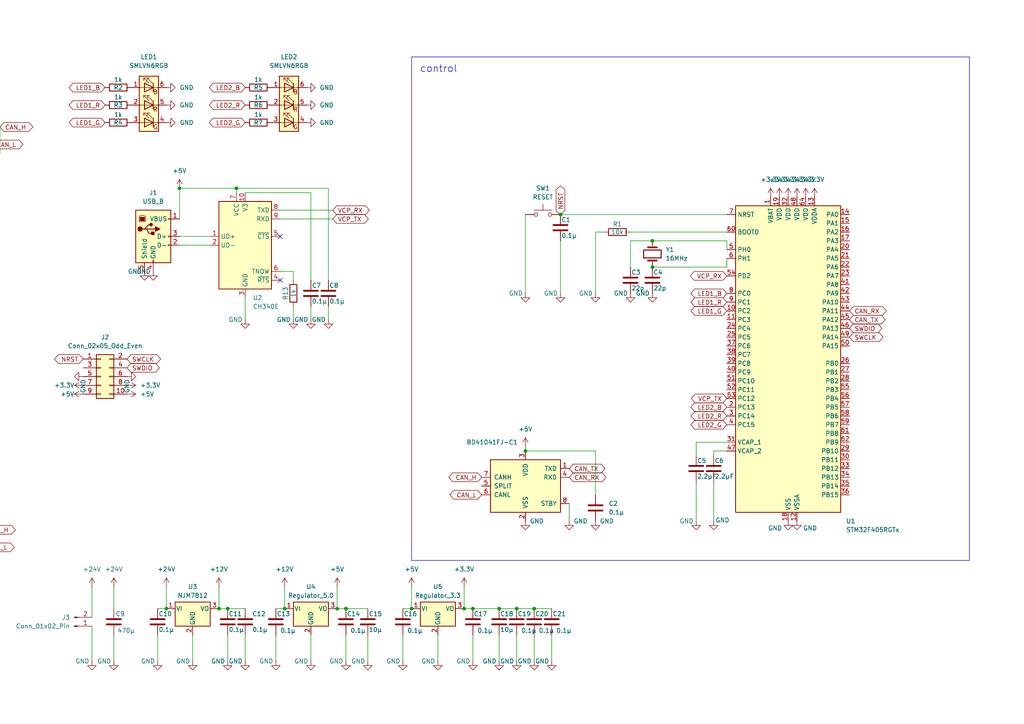
<source format=kicad_sch>
(kicad_sch (version 20231120) (generator "eeschema") (generator_version "8.0")
  (paper "A4")
  (junction (at 48.26 176.53))
  (junction (at 97.79 176.53))
  (junction (at 189.23 69.85))
  (junction (at 82.55 176.53))
  (junction (at -17.78 146.05))
  (junction (at 149.86 176.53))
  (junction (at 152.4 130.81))
  (junction (at 189.23 77.47))
  (junction (at 68.58 54.61))
  (junction (at 134.62 176.53))
  (junction (at 162.56 62.23))
  (junction (at 63.5 176.53))
  (junction (at 66.04 176.53))
  (junction (at 137.16 176.53))
  (junction (at 154.94 176.53))
  (junction (at 52.07 54.61))
  (junction (at 119.38 176.53))
  (junction (at 100.33 176.53))
  (junction (at 144.78 176.53))
  (no_connect (at 81.28 68.58))
  (no_connect (at 81.28 81.28))
  (wire (pts (xy 90.17 191.77) (xy 90.17 184.15)))
  (wire (pts (xy 66.04 176.53) (xy 71.12 176.53)))
  (wire (pts (xy -5.08 44.45) (xy 0 44.45)))
  (wire (pts (xy 33.02 170.18) (xy 33.02 176.53)))
  (wire (pts (xy 33.02 184.15) (xy 33.02 191.77)))
  (wire (pts (xy 90.17 55.88) (xy 71.12 55.88)))
  (wire (pts (xy 52.07 68.58) (xy 60.96 68.58)))
  (wire (pts (xy 137.16 191.77) (xy 137.16 184.15)))
  (wire (pts (xy -107.95 45.72) (xy -102.87 45.72)))
  (wire (pts (xy 81.28 78.74) (xy 85.09 78.74)))
  (wire (pts (xy 119.38 170.18) (xy 119.38 176.53)))
  (wire (pts (xy 52.07 71.12) (xy 60.96 71.12)))
  (wire (pts (xy 152.4 129.54) (xy 152.4 130.81)))
  (wire (pts (xy -73.66 44.45) (xy -68.58 44.45)))
  (wire (pts (xy 116.84 176.53) (xy 119.38 176.53)))
  (wire (pts (xy -68.58 36.83) (xy -73.66 36.83)))
  (wire (pts (xy 127 191.77) (xy 127 184.15)))
  (wire (pts (xy -129.54 127) (xy -129.54 147.32)))
  (wire (pts (xy 100.33 176.53) (xy 106.68 176.53)))
  (wire (pts (xy 165.1 146.05) (xy 165.1 151.13)))
  (wire (pts (xy 52.07 63.5) (xy 52.07 54.61)))
  (wire (pts (xy 90.17 81.28) (xy 90.17 55.88)))
  (wire (pts (xy -36.83 34.29) (xy -36.83 41.91)))
  (wire (pts (xy 97.79 170.18) (xy 97.79 176.53)))
  (wire (pts (xy 154.94 176.53) (xy 160.02 176.53)))
  (wire (pts (xy -34.29 44.45) (xy -34.29 36.83)))
  (wire (pts (xy -30.48 161.29) (xy -30.48 166.37)))
  (wire (pts (xy -38.1 146.05) (xy -17.78 146.05)))
  (wire (pts (xy 207.01 139.7) (xy 207.01 151.13)))
  (wire (pts (xy 172.72 67.31) (xy 175.26 67.31)))
  (wire (pts (xy 182.88 77.47) (xy 182.88 69.85)))
  (wire (pts (xy -71.12 34.29) (xy -71.12 41.91)))
  (wire (pts (xy -39.37 44.45) (xy -34.29 44.45)))
  (wire (pts (xy 100.33 191.77) (xy 100.33 184.15)))
  (wire (pts (xy 210.82 69.85) (xy 210.82 72.39)))
  (wire (pts (xy 210.82 69.85) (xy 189.23 69.85)))
  (wire (pts (xy 210.82 74.93) (xy 210.82 77.47)))
  (wire (pts (xy 106.68 191.77) (xy 106.68 184.15)))
  (wire (pts (xy 71.12 92.71) (xy 71.12 86.36)))
  (wire (pts (xy 80.01 176.53) (xy 82.55 176.53)))
  (wire (pts (xy 45.72 191.77) (xy 45.72 184.15)))
  (wire (pts (xy -105.41 35.56) (xy -105.41 43.18)))
  (wire (pts (xy 90.17 92.71) (xy 90.17 88.9)))
  (wire (pts (xy -34.29 36.83) (xy -39.37 36.83)))
  (wire (pts (xy 66.04 191.77) (xy 66.04 184.15)))
  (wire (pts (xy 85.09 78.74) (xy 85.09 81.28)))
  (wire (pts (xy 55.88 191.77) (xy 55.88 184.15)))
  (wire (pts (xy 149.86 191.77) (xy 149.86 184.15)))
  (wire (pts (xy 201.93 128.27) (xy 201.93 132.08)))
  (wire (pts (xy 0 36.83) (xy -5.08 36.83)))
  (wire (pts (xy 137.16 176.53) (xy 144.78 176.53)))
  (wire (pts (xy 189.23 77.47) (xy 210.82 77.47)))
  (wire (pts (xy 162.56 62.23) (xy 210.82 62.23)))
  (wire (pts (xy -73.66 34.29) (xy -71.12 34.29)))
  (wire (pts (xy 95.25 54.61) (xy 95.25 81.28)))
  (wire (pts (xy -2.54 34.29) (xy -2.54 41.91)))
  (wire (pts (xy -71.12 41.91) (xy -73.66 41.91)))
  (wire (pts (xy 71.12 191.77) (xy 71.12 184.15)))
  (wire (pts (xy 149.86 176.53) (xy 154.94 176.53)))
  (wire (pts (xy -36.83 41.91) (xy -39.37 41.91)))
  (wire (pts (xy 172.72 67.31) (xy 172.72 85.09)))
  (wire (pts (xy -2.54 41.91) (xy -5.08 41.91)))
  (wire (pts (xy 95.25 92.71) (xy 95.25 88.9)))
  (wire (pts (xy -102.87 45.72) (xy -102.87 38.1)))
  (wire (pts (xy 207.01 130.81) (xy 210.82 130.81)))
  (wire (pts (xy 144.78 176.53) (xy 149.86 176.53)))
  (wire (pts (xy 26.67 170.18) (xy 26.67 179.07)))
  (wire (pts (xy -38.1 158.75) (xy -38.1 146.05)))
  (wire (pts (xy 48.26 170.18) (xy 48.26 176.53)))
  (wire (pts (xy 162.56 85.09) (xy 162.56 69.85)))
  (wire (pts (xy 154.94 191.77) (xy 154.94 184.15)))
  (wire (pts (xy -105.41 43.18) (xy -107.95 43.18)))
  (wire (pts (xy -102.87 38.1) (xy -107.95 38.1)))
  (wire (pts (xy 85.09 92.71) (xy 85.09 88.9)))
  (wire (pts (xy 172.72 143.51) (xy 172.72 130.81)))
  (wire (pts (xy 152.4 62.23) (xy 152.4 85.09)))
  (wire (pts (xy 137.16 176.53) (xy 134.62 176.53)))
  (wire (pts (xy 66.04 176.53) (xy 63.5 176.53)))
  (wire (pts (xy 45.72 176.53) (xy 48.26 176.53)))
  (wire (pts (xy 68.58 54.61) (xy 95.25 54.61)))
  (wire (pts (xy -107.95 35.56) (xy -105.41 35.56)))
  (wire (pts (xy 68.58 54.61) (xy 68.58 55.88)))
  (wire (pts (xy -5.08 34.29) (xy -2.54 34.29)))
  (wire (pts (xy 210.82 128.27) (xy 201.93 128.27)))
  (wire (pts (xy 81.28 60.96) (xy 96.52 60.96)))
  (wire (pts (xy 172.72 130.81) (xy 152.4 130.81)))
  (wire (pts (xy 182.88 67.31) (xy 210.82 67.31)))
  (wire (pts (xy -129.54 177.8) (xy -129.54 154.94)))
  (wire (pts (xy 82.55 170.18) (xy 82.55 176.53)))
  (wire (pts (xy 0 44.45) (xy 0 36.83)))
  (wire (pts (xy 26.67 191.77) (xy 26.67 181.61)))
  (wire (pts (xy -17.78 144.78) (xy -17.78 146.05)))
  (wire (pts (xy 63.5 170.18) (xy 63.5 176.53)))
  (wire (pts (xy 144.78 191.77) (xy 144.78 184.15)))
  (wire (pts (xy -68.58 44.45) (xy -68.58 36.83)))
  (wire (pts (xy 134.62 170.18) (xy 134.62 176.53)))
  (wire (pts (xy 81.28 63.5) (xy 96.52 63.5)))
  (wire (pts (xy 52.07 54.61) (xy 68.58 54.61)))
  (wire (pts (xy 160.02 191.77) (xy 160.02 184.15)))
  (wire (pts (xy 182.88 69.85) (xy 189.23 69.85)))
  (wire (pts (xy 100.33 176.53) (xy 97.79 176.53)))
  (wire (pts (xy -39.37 34.29) (xy -36.83 34.29)))
  (wire (pts (xy 201.93 139.7) (xy 201.93 151.13)))
  (wire (pts (xy 80.01 184.15) (xy 80.01 191.77)))
  (wire (pts (xy 116.84 191.77) (xy 116.84 184.15)))
  (wire (pts (xy 207.01 132.08) (xy 207.01 130.81)))
  (rectangle (start 119.38 16.51) (end 281.178 162.56))
  (text "control" (at 127.254 20.066 0) (effects (font (size 2.032 2.032))))
  (global_label "CAN_H" (shape bidirectional) (at -102.87 38.1 0) (property "Intersheetrefs" "${INTERSHEET_REFS}" (effects (hide yes))))
  (global_label "LED2_G" (shape bidirectional) (at 71.12 35.56 180) (property "Intersheetrefs" "${INTERSHEET_REFS}" (effects (hide yes))))
  (global_label "VCP_TX" (shape bidirectional) (at 96.52 63.5 0) (property "Intersheetrefs" "${INTERSHEET_REFS}" (effects (hide yes))))
  (global_label "CAN_H" (shape bidirectional) (at 139.7 138.43 180) (property "Intersheetrefs" "${INTERSHEET_REFS}" (effects (hide yes))))
  (global_label "VCP_TX" (shape bidirectional) (at 210.82 115.57 180) (property "Intersheetrefs" "${INTERSHEET_REFS}" (effects (hide yes))))
  (global_label "CAN_TX_ESP32" (shape bidirectional) (at -66.04 151.13 0) (property "Intersheetrefs" "${INTERSHEET_REFS}" (effects (hide yes))))
  (global_label "LED2_B" (shape bidirectional) (at 71.12 25.4 180) (property "Intersheetrefs" "${INTERSHEET_REFS}" (effects (hide yes))))
  (global_label "LED2_G" (shape bidirectional) (at 210.82 123.19 180) (property "Intersheetrefs" "${INTERSHEET_REFS}" (effects (hide yes))))
  (global_label "CAN_L" (shape bidirectional) (at -2.54 41.91 0) (property "Intersheetrefs" "${INTERSHEET_REFS}" (effects (hide yes))))
  (global_label "CAN_H" (shape bidirectional) (at -68.58 36.83 0) (property "Intersheetrefs" "${INTERSHEET_REFS}" (effects (hide yes))))
  (global_label "CAN_RX_ESP32" (shape bidirectional) (at -30.48 153.67 180) (property "Intersheetrefs" "${INTERSHEET_REFS}" (effects (hide yes))))
  (global_label "CAN_RX" (shape bidirectional) (at 165.1 138.43 0) (property "Intersheetrefs" "${INTERSHEET_REFS}" (effects (hide yes))))
  (global_label "VCP_RX" (shape bidirectional) (at 210.82 80.01 180) (property "Intersheetrefs" "${INTERSHEET_REFS}" (effects (hide yes))))
  (global_label "SWCLK" (shape bidirectional) (at 246.38 97.79 0) (property "Intersheetrefs" "${INTERSHEET_REFS}" (effects (hide yes))))
  (global_label "CAN_RX" (shape bidirectional) (at 246.38 90.17 0) (property "Intersheetrefs" "${INTERSHEET_REFS}" (effects (hide yes))))
  (global_label "LED1_R" (shape bidirectional) (at 30.48 30.48 180) (property "Intersheetrefs" "${INTERSHEET_REFS}" (effects (hide yes))))
  (global_label "LED1_B" (shape bidirectional) (at 30.48 25.4 180) (property "Intersheetrefs" "${INTERSHEET_REFS}" (effects (hide yes))))
  (global_label "CAN_RX_ESP32" (shape bidirectional) (at -66.04 158.75 0) (property "Intersheetrefs" "${INTERSHEET_REFS}" (effects (hide yes))))
  (global_label "CAN_TX_ESP32" (shape bidirectional) (at -30.48 151.13 180) (property "Intersheetrefs" "${INTERSHEET_REFS}" (effects (hide yes))))
  (global_label "SWDIO" (shape bidirectional) (at 36.83 106.68 0) (property "Intersheetrefs" "${INTERSHEET_REFS}" (effects (hide yes))))
  (global_label "CAN_L" (shape bidirectional) (at -71.12 41.91 0) (property "Intersheetrefs" "${INTERSHEET_REFS}" (effects (hide yes))))
  (global_label "LED2_R" (shape bidirectional) (at 71.12 30.48 180) (property "Intersheetrefs" "${INTERSHEET_REFS}" (effects (hide yes))))
  (global_label "CAN_L" (shape bidirectional) (at -36.83 41.91 0) (property "Intersheetrefs" "${INTERSHEET_REFS}" (effects (hide yes))))
  (global_label "LED1_G" (shape bidirectional) (at 210.82 90.17 180) (property "Intersheetrefs" "${INTERSHEET_REFS}" (effects (hide yes))))
  (global_label "LED1_G" (shape bidirectional) (at 30.48 35.56 180) (property "Intersheetrefs" "${INTERSHEET_REFS}" (effects (hide yes))))
  (global_label "VCP_RX" (shape bidirectional) (at 96.52 60.96 0) (property "Intersheetrefs" "${INTERSHEET_REFS}" (effects (hide yes))))
  (global_label "NRST" (shape bidirectional) (at 162.56 62.23 90) (property "Intersheetrefs" "${INTERSHEET_REFS}" (effects (hide yes))))
  (global_label "CAN_TX" (shape bidirectional) (at 165.1 135.89 0) (property "Intersheetrefs" "${INTERSHEET_REFS}" (effects (hide yes))))
  (global_label "CAN_L" (shape bidirectional) (at 139.7 143.51 180) (property "Intersheetrefs" "${INTERSHEET_REFS}" (effects (hide yes))))
  (global_label "SWDIO" (shape bidirectional) (at 246.38 95.25 0) (property "Intersheetrefs" "${INTERSHEET_REFS}" (effects (hide yes))))
  (global_label "NRST" (shape bidirectional) (at 24.13 104.14 180) (property "Intersheetrefs" "${INTERSHEET_REFS}" (effects (hide yes))))
  (global_label "LED2_R" (shape bidirectional) (at 210.82 120.65 180) (property "Intersheetrefs" "${INTERSHEET_REFS}" (effects (hide yes))))
  (global_label "CAN_L" (shape bidirectional) (at -5.08 158.75 0) (property "Intersheetrefs" "${INTERSHEET_REFS}" (effects (hide yes))))
  (global_label "SWCLK" (shape bidirectional) (at 36.83 104.14 0) (property "Intersheetrefs" "${INTERSHEET_REFS}" (effects (hide yes))))
  (global_label "LED1_B" (shape bidirectional) (at 210.82 85.09 180) (property "Intersheetrefs" "${INTERSHEET_REFS}" (effects (hide yes))))
  (global_label "CAN_H" (shape bidirectional) (at -5.08 153.67 0) (property "Intersheetrefs" "${INTERSHEET_REFS}" (effects (hide yes))))
  (global_label "LED1_R" (shape bidirectional) (at 210.82 87.63 180) (property "Intersheetrefs" "${INTERSHEET_REFS}" (effects (hide yes))))
  (global_label "CAN_H" (shape bidirectional) (at -34.29 36.83 0) (property "Intersheetrefs" "${INTERSHEET_REFS}" (effects (hide yes))))
  (global_label "CAN_L" (shape bidirectional) (at -105.41 43.18 0) (property "Intersheetrefs" "${INTERSHEET_REFS}" (effects (hide yes))))
  (global_label "CAN_H" (shape bidirectional) (at 0 36.83 0) (property "Intersheetrefs" "${INTERSHEET_REFS}" (effects (hide yes))))
  (global_label "CAN_TX" (shape bidirectional) (at 246.38 92.71 0) (property "Intersheetrefs" "${INTERSHEET_REFS}" (effects (hide yes))))
  (global_label "LED2_B" (shape bidirectional) (at 210.82 118.11 180) (property "Intersheetrefs" "${INTERSHEET_REFS}" (effects (hide yes))))
  (symbol (lib_id "power:GND") (at -129.54 177.8 0) (unit 1)
    (property "Reference" "#PWR032" (effects (hide yes)))
    (property "Value" "GND" (at -132.334 177.8 0))
    (property "Description" "Power symbol creates a global label with name \"GND\" , ground" (effects (hide yes)))
  )
  (symbol (lib_id "Device:R") (at 74.93 35.56 90) (unit 1)
    (property "Reference" "R7" (at 74.93 35.56 90))
    (property "Value" "1k" (at 74.93 33.274 90))
    (property "Footprint" "Resistor_SMD:R_0603_1608Metric_Pad0.98x0.95mm_HandSolder" (effects (hide yes)))
    (property "Description" "Resistor" (effects (hide yes)))
  )
  (symbol (lib_id "power:+24V") (at 48.26 170.18 0) (unit 1)
    (property "Reference" "#PWR048" (effects (hide yes)))
    (property "Value" "+24V" (at 48.26 165.1 0))
    (property "Description" "Power symbol creates a global label with name \"+24V\"" (effects (hide yes)))
  )
  (symbol (lib_id "Device:C") (at 162.56 66.04 0) (unit 1)
    (property "Reference" "C1" (at 162.814 63.754 0) (effects (justify left)))
    (property "Value" "0.1μ" (at 162.814 68.326 0) (effects (justify left)))
    (property "Footprint" "Capacitor_SMD:C_0603_1608Metric_Pad1.08x0.95mm_HandSolder" (effects (hide yes)))
    (property "Description" "Unpolarized capacitor" (effects (hide yes)))
  )
  (symbol (lib_id "power:+5V") (at 36.83 114.3 270) (unit 1)
    (property "Reference" "#PWR042" (effects (hide yes)))
    (property "Value" "+5V" (at 40.64 114.2999 90) (effects (justify left)))
    (property "Description" "Power symbol creates a global label with name \"+5V\"" (effects (hide yes)))
  )
  (symbol (lib_id "Device:C") (at 154.94 180.34 0) (unit 1)
    (property "Reference" "C20" (at 155.194 178.054 0) (effects (justify left)))
    (property "Value" "0.1μ" (at 156.21 182.88 0) (effects (justify left)))
    (property "Footprint" "Capacitor_SMD:C_0603_1608Metric_Pad1.08x0.95mm_HandSolder" (effects (hide yes)))
    (property "Description" "Unpolarized capacitor" (effects (hide yes)))
  )
  (symbol (lib_id "Device:C") (at 90.17 85.09 0) (unit 1)
    (property "Reference" "C7" (at 90.424 82.804 0) (effects (justify left)))
    (property "Value" "0.1μ" (at 90.424 87.376 0) (effects (justify left)))
    (property "Footprint" "Capacitor_SMD:C_0603_1608Metric_Pad1.08x0.95mm_HandSolder" (effects (hide yes)))
    (property "Description" "Unpolarized capacitor" (effects (hide yes)))
  )
  (symbol (lib_id "power:GND") (at 88.9 35.56 90) (unit 1)
    (property "Reference" "#PWR025" (effects (hide yes)))
    (property "Value" "GND" (at 92.71 35.5599 90) (effects (justify right)))
    (property "Description" "Power symbol creates a global label with name \"GND\" , ground" (effects (hide yes)))
  )
  (symbol (lib_id "Device:R") (at 85.09 85.09 180) (unit 1)
    (property "Reference" "R13" (at 82.804 85.09 90))
    (property "Value" "1k" (at 85.09 85.09 90))
    (property "Footprint" "Resistor_SMD:R_0603_1608Metric_Pad0.98x0.95mm_HandSolder" (effects (hide yes)))
    (property "Description" "Resistor" (effects (hide yes)))
  )
  (symbol (lib_id "power:GND") (at -38.1 166.37 0) (mirror y) (unit 1)
    (property "Reference" "#PWR072" (effects (hide yes)))
    (property "Value" "GND" (at -41.402 166.37 0))
    (property "Description" "Power symbol creates a global label with name \"GND\" , ground" (effects (hide yes)))
  )
  (symbol (lib_id "power:GND") (at 189.23 85.09 0) (unit 1)
    (property "Reference" "#PWR09" (effects (hide yes)))
    (property "Value" "GND" (at 186.436 85.09 0))
    (property "Description" "Power symbol creates a global label with name \"GND\" , ground" (effects (hide yes)))
  )
  (symbol (lib_id "power:GND") (at 90.17 92.71 0) (unit 1)
    (property "Reference" "#PWR035" (effects (hide yes)))
    (property "Value" "GND" (at 87.376 92.71 0))
    (property "Description" "Power symbol creates a global label with name \"GND\" , ground" (effects (hide yes)))
  )
  (symbol (lib_id "power:GND") (at 85.09 92.71 0) (unit 1)
    (property "Reference" "#PWR034" (effects (hide yes)))
    (property "Value" "GND" (at 82.296 92.71 0))
    (property "Description" "Power symbol creates a global label with name \"GND\" , ground" (effects (hide yes)))
  )
  (symbol (lib_id "Interface_CAN_LIN:MCP2561-E-SN") (at -17.78 156.21 0) (unit 1)
    (property "Reference" "BD41041FJ-C2" (at -15.5859 143.51 0) (effects (justify left)))
    (property "Value" "MCP2561-E-SN" (effects (hide yes)))
    (property "Footprint" "Package_SO:SOIC-8_3.9x4.9mm_P1.27mm" (effects (hide yes)))
    (property "Datasheet" "http://ww1.microchip.com/downloads/en/DeviceDoc/25167A.pdf" (effects (hide yes)))
    (property "Description" "High-Speed CAN Transceiver, 1Mbps, 5V supply, SPLIT pin, -40C to +125C, SOIC-8" (effects (hide yes)))
  )
  (symbol (lib_id "LED:SMLVN6RGB") (at 43.18 30.48 0) (unit 1)
    (property "Reference" "LED1" (at 43.18 16.51 0))
    (property "Value" "SMLVN6RGB" (at 43.18 19.05 0))
    (property "Footprint" "LED_SMD:LED_ROHM_SMLVN6" (effects (hide yes)))
    (property "Datasheet" "https://www.rohm.com/datasheet/SMLVN6RGB1U" (effects (hide yes)))
    (property "Description" "High Brightness Tri-Color LED, RGB, 3.5x2.8mm" (effects (hide yes)))
  )
  (symbol (lib_id "power:+3.3V") (at 231.14 57.15 0) (unit 1)
    (property "Reference" "#PWR016" (effects (hide yes)))
    (property "Value" "+3.3V" (at 231.14 52.07 0))
    (property "Description" "Power symbol creates a global label with name \"+3.3V\"" (effects (hide yes)))
  )
  (symbol (lib_id "power:+5V") (at 152.4 129.54 0) (unit 1)
    (property "Reference" "#PWR02" (effects (hide yes)))
    (property "Value" "+5V" (at 152.4 124.46 0))
    (property "Description" "Power symbol creates a global label with name \"+5V\"" (effects (hide yes)))
  )
  (symbol (lib_id "power:GND") (at 100.33 191.77 0) (unit 1)
    (property "Reference" "#PWR057" (effects (hide yes)))
    (property "Value" "GND" (at 97.536 191.77 0))
    (property "Description" "Power symbol creates a global label with name \"GND\" , ground" (effects (hide yes)))
  )
  (symbol (lib_id "power:GND") (at 48.26 30.48 90) (unit 1)
    (property "Reference" "#PWR021" (effects (hide yes)))
    (property "Value" "GND" (at 52.07 30.4799 90) (effects (justify right)))
    (property "Description" "Power symbol creates a global label with name \"GND\" , ground" (effects (hide yes)))
  )
  (symbol (lib_id "Device:C") (at -38.1 162.56 0) (mirror y) (unit 1)
    (property "Reference" "C22" (at -41.91 161.2899 0) (effects (justify left)))
    (property "Value" "0.1μ" (at -41.91 163.8299 0) (effects (justify left)))
    (property "Footprint" "Capacitor_SMD:C_0603_1608Metric_Pad1.08x0.95mm_HandSolder" (effects (hide yes)))
    (property "Description" "Unpolarized capacitor" (effects (hide yes)))
  )
  (symbol (lib_id "Regulator_Linear:LM2936-5.0") (at 127 176.53 0) (unit 1)
    (property "Reference" "U5" (at 127 170.18 0))
    (property "Value" "Regulator_3.3" (at 127 172.72 0))
    (property "Footprint" "Package_TO_SOT_SMD:TO-252-2" (effects (hide yes)))
    (property "Datasheet" "http://www.ti.com/lit/ds/symlink/lm2936.pdf" (effects (hide yes)))
    (property "Description" "50mA Ultra-Low Quiescent Current LDO Voltage Regulator, 5.0V fixed output, TO-252/SOT-223" (effects (hide yes)))
  )
  (symbol (lib_id "Connector:Conn_01x02_Pin") (at 21.59 181.61 0) (mirror x) (unit 1)
    (property "Reference" "J3" (at 20.32 179.0699 0) (effects (justify right)))
    (property "Value" "Conn_01x02_Pin" (at 20.32 181.6099 0) (effects (justify right)))
    (property "Footprint" "Connector_AMASS:AMASS_XT60PW-M_1x02_P7.20mm_Horizontal" (effects (hide yes)))
    (property "Description" "Generic connector, single row, 01x02, script generated" (effects (hide yes)))
  )
  (symbol (lib_id "power:+3.3V") (at 223.52 57.15 0) (unit 1)
    (property "Reference" "#PWR012" (effects (hide yes)))
    (property "Value" "+3.3V" (at 223.52 52.07 0))
    (property "Description" "Power symbol creates a global label with name \"+3.3V\"" (effects (hide yes)))
  )
  (symbol (lib_id "Device:C") (at 207.01 135.89 0) (unit 1)
    (property "Reference" "C6" (at 207.264 133.604 0) (effects (justify left)))
    (property "Value" "2.2μF" (at 207.264 138.176 0) (effects (justify left)))
    (property "Footprint" "Capacitor_SMD:C_0603_1608Metric_Pad1.08x0.95mm_HandSolder" (effects (hide yes)))
    (property "Description" "Unpolarized capacitor" (effects (hide yes)))
  )
  (symbol (lib_id "power:+3.3V") (at 226.06 57.15 0) (unit 1)
    (property "Reference" "#PWR013" (effects (hide yes)))
    (property "Value" "+3.3V" (at 226.06 52.07 0))
    (property "Description" "Power symbol creates a global label with name \"+3.3V\"" (effects (hide yes)))
  )
  (symbol (lib_id "ESP32_DevkitC:ESP32_DevkitC") (at -92.71 128.27 0) (unit 1)
    (property "Reference" "U6" (at -86.7059 125.73 0) (effects (justify left)))
    (property "Value" "~" (at -86.7059 128.27 0) (effects (justify left)))
    (property "Footprint" "esp32:ESP32_DevkitC" (effects (hide yes)))
  )
  (symbol (lib_id "power:GND") (at 44.45 78.74 0) (unit 1)
    (property "Reference" "#PWR029" (effects (hide yes)))
    (property "Value" "GND" (at 41.656 78.74 0))
    (property "Description" "Power symbol creates a global label with name \"GND\" , ground" (effects (hide yes)))
  )
  (symbol (lib_id "power:+5V") (at -17.78 144.78 0) (mirror y) (unit 1)
    (property "Reference" "#PWR069" (effects (hide yes)))
    (property "Value" "+5V" (at -17.78 139.7 0))
    (property "Description" "Power symbol creates a global label with name \"+5V\"" (effects (hide yes)))
  )
  (symbol (lib_id "UJ20-C-R-G-TH-3-P14:UJ20-C-R-G-TH-3-P14") (at -86.36 39.37 0) (unit 1)
    (property "Reference" "J6" (at -89.662 13.97 0))
    (property "Value" "UJ20-C-R-G-TH-3-P14" (at -89.662 16.51 0))
    (property "Footprint" "my_parts:SAMESKY_UJ20-C-R-G-TH-3-P14" (effects (hide yes)))
    (property "PARTREV" "1.0" (effects (hide yes)))
    (property "MANUFACTURER" "Same Sky" (effects (hide yes)))
    (property "MAXIMUM_PACKAGE_HEIGHT" "9.04mm" (effects (hide yes)))
    (property "STANDARD" "Manufacturer Recommendations" (effects (hide yes)))
  )
  (symbol (lib_id "power:GND") (at 127 191.77 0) (unit 1)
    (property "Reference" "#PWR061" (effects (hide yes)))
    (property "Value" "GND" (at 124.206 191.77 0))
    (property "Description" "Power symbol creates a global label with name \"GND\" , ground" (effects (hide yes)))
  )
  (symbol (lib_id "Device:C") (at 45.72 180.34 0) (unit 1)
    (property "Reference" "C10" (at 45.974 178.054 0) (effects (justify left)))
    (property "Value" "0.1μ" (at 45.974 182.626 0) (effects (justify left)))
    (property "Footprint" "Capacitor_SMD:C_0603_1608Metric_Pad1.08x0.95mm_HandSolder" (effects (hide yes)))
    (property "Description" "Unpolarized capacitor" (effects (hide yes)))
  )
  (symbol (lib_id "power:+5V") (at -88.9 127 0) (unit 1)
    (property "Reference" "#PWR026" (effects (hide yes)))
    (property "Value" "+5V" (at -88.9 121.92 0))
    (property "Description" "Power symbol creates a global label with name \"+5V\"" (effects (hide yes)))
  )
  (symbol (lib_id "Interface_CAN_LIN:MCP2561-E-SN") (at 152.4 140.97 0) (mirror y) (unit 1)
    (property "Reference" "BD41041FJ-C1" (at 150.2059 128.27 0) (effects (justify left)))
    (property "Value" "MCP2561-E-SN" (effects (hide yes)))
    (property "Footprint" "Package_SO:SOIC-8_3.9x4.9mm_P1.27mm" (effects (hide yes)))
    (property "Datasheet" "http://ww1.microchip.com/downloads/en/DeviceDoc/25167A.pdf" (effects (hide yes)))
    (property "Description" "High-Speed CAN Transceiver, 1Mbps, 5V supply, SPLIT pin, -40C to +125C, SOIC-8" (effects (hide yes)))
  )
  (symbol (lib_id "Device:C") (at -129.54 151.13 0) (unit 1)
    (property "Reference" "C23" (at -129.032 148.844 0) (effects (justify left)))
    (property "Value" "470μ" (at -128.524 153.67 0) (effects (justify left)))
    (property "Footprint" "Capacitor_THT:CP_Radial_D8.0mm_P5.00mm" (effects (hide yes)))
    (property "Description" "Unpolarized capacitor" (effects (hide yes)))
  )
  (symbol (lib_id "Device:R") (at 179.07 67.31 90) (unit 1)
    (property "Reference" "R1" (at 179.07 65.024 90))
    (property "Value" "10k" (at 179.07 67.31 90))
    (property "Footprint" "Resistor_SMD:R_0603_1608Metric_Pad0.98x0.95mm_HandSolder" (effects (hide yes)))
    (property "Description" "Resistor" (effects (hide yes)))
  )
  (symbol (lib_id "power:GND") (at 71.12 191.77 0) (unit 1)
    (property "Reference" "#PWR052" (effects (hide yes)))
    (property "Value" "GND" (at 68.326 191.77 0))
    (property "Description" "Power symbol creates a global label with name \"GND\" , ground" (effects (hide yes)))
  )
  (symbol (lib_id "Device:C") (at 33.02 180.34 0) (unit 1)
    (property "Reference" "C9" (at 33.528 178.054 0) (effects (justify left)))
    (property "Value" "470μ" (at 34.036 182.88 0) (effects (justify left)))
    (property "Footprint" "Capacitor_THT:CP_Radial_D8.0mm_P5.00mm" (effects (hide yes)))
    (property "Description" "Unpolarized capacitor" (effects (hide yes)))
  )
  (symbol (lib_id "power:GND") (at -92.71 177.8 0) (unit 1)
    (property "Reference" "#PWR028" (effects (hide yes)))
    (property "Value" "GND" (at -95.504 177.8 0))
    (property "Description" "Power symbol creates a global label with name \"GND\" , ground" (effects (hide yes)))
  )
  (symbol (lib_id "power:GND") (at 172.72 151.13 0) (unit 1)
    (property "Reference" "#PWR07" (effects (hide yes)))
    (property "Value" "GND" (at 176.022 151.13 0))
    (property "Description" "Power symbol creates a global label with name \"GND\" , ground" (effects (hide yes)))
  )
  (symbol (lib_id "Device:C") (at 160.02 180.34 0) (unit 1)
    (property "Reference" "C21" (at 160.274 178.054 0) (effects (justify left)))
    (property "Value" "0.1μ" (at 161.29 182.88 0) (effects (justify left)))
    (property "Footprint" "Capacitor_SMD:C_0603_1608Metric_Pad1.08x0.95mm_HandSolder" (effects (hide yes)))
    (property "Description" "Unpolarized capacitor" (effects (hide yes)))
  )
  (symbol (lib_id "UJ20-C-R-G-TH-3-P14:UJ20-C-R-G-TH-3-P14") (at -17.78 39.37 0) (unit 1)
    (property "Reference" "J4" (at -21.082 13.97 0))
    (property "Value" "UJ20-C-R-G-TH-3-P14" (at -21.082 16.51 0))
    (property "Footprint" "my_parts:SAMESKY_UJ20-C-R-G-TH-3-P14" (effects (hide yes)))
    (property "PARTREV" "1.0" (effects (hide yes)))
    (property "MANUFACTURER" "Same Sky" (effects (hide yes)))
    (property "MAXIMUM_PACKAGE_HEIGHT" "9.04mm" (effects (hide yes)))
    (property "STANDARD" "Manufacturer Recommendations" (effects (hide yes)))
  )
  (symbol (lib_id "Connector_Generic:Conn_02x05_Odd_Even") (at 29.21 109.22 0) (unit 1)
    (property "Reference" "J2" (at 30.48 97.79 0))
    (property "Value" "Conn_02x05_Odd_Even" (at 30.48 100.33 0))
    (property "Footprint" "Connector_IDC:IDC-Header_2x05_P2.54mm_Vertical" (effects (hide yes)))
    (property "Description" "Generic connector, double row, 02x05, odd/even pin numbering scheme (row 1 odd numbers, row 2 even numbers), script generated (kicad-library-utils/schlib/autogen/connector/)" (effects (hide yes)))
  )
  (symbol (lib_id "Device:C") (at 100.33 180.34 0) (unit 1)
    (property "Reference" "C14" (at 100.584 178.054 0) (effects (justify left)))
    (property "Value" "0.1μ" (at 101.6 182.88 0) (effects (justify left)))
    (property "Footprint" "Capacitor_SMD:C_0603_1608Metric_Pad1.08x0.95mm_HandSolder" (effects (hide yes)))
    (property "Description" "Unpolarized capacitor" (effects (hide yes)))
  )
  (symbol (lib_id "power:+12V") (at 82.55 170.18 0) (unit 1)
    (property "Reference" "#PWR054" (effects (hide yes)))
    (property "Value" "+12V" (at 82.55 165.1 0))
    (property "Description" "Power symbol creates a global label with name \"+12V\"" (effects (hide yes)))
  )
  (symbol (lib_id "power:GND") (at 88.9 25.4 90) (unit 1)
    (property "Reference" "#PWR023" (effects (hide yes)))
    (property "Value" "GND" (at 92.71 25.3999 90) (effects (justify right)))
    (property "Description" "Power symbol creates a global label with name \"GND\" , ground" (effects (hide yes)))
  )
  (symbol (lib_id "power:GND") (at 137.16 191.77 0) (unit 1)
    (property "Reference" "#PWR063" (effects (hide yes)))
    (property "Value" "GND" (at 134.366 191.77 0))
    (property "Description" "Power symbol creates a global label with name \"GND\" , ground" (effects (hide yes)))
  )
  (symbol (lib_id "Device:C") (at 149.86 180.34 0) (unit 1)
    (property "Reference" "C19" (at 150.114 178.054 0) (effects (justify left)))
    (property "Value" "0.1μ" (at 151.13 182.88 0) (effects (justify left)))
    (property "Footprint" "Capacitor_SMD:C_0603_1608Metric_Pad1.08x0.95mm_HandSolder" (effects (hide yes)))
    (property "Description" "Unpolarized capacitor" (effects (hide yes)))
  )
  (symbol (lib_id "Connector:USB_B") (at 44.45 68.58 0) (unit 1)
    (property "Reference" "J1" (at 44.45 55.88 0))
    (property "Value" "USB_B" (at 44.45 58.42 0))
    (property "Footprint" "Connector_USB:USB_B_OST_USB-B1HSxx_Horizontal" (effects (hide yes)))
    (property "Description" "USB Type B connector" (effects (hide yes)))
  )
  (symbol (lib_id "power:GND") (at 154.94 191.77 0) (unit 1)
    (property "Reference" "#PWR066" (effects (hide yes)))
    (property "Value" "GND" (at 152.146 191.77 0))
    (property "Description" "Power symbol creates a global label with name \"GND\" , ground" (effects (hide yes)))
  )
  (symbol (lib_id "power:GND") (at 228.6 151.13 0) (unit 1)
    (property "Reference" "#PWR015" (effects (hide yes)))
    (property "Value" "GND" (at 224.79 153.162 0))
    (property "Description" "Power symbol creates a global label with name \"GND\" , ground" (effects (hide yes)))
  )
  (symbol (lib_id "power:+3.3V") (at 236.22 57.15 0) (unit 1)
    (property "Reference" "#PWR019" (effects (hide yes)))
    (property "Value" "+3.3V" (at 236.22 52.07 0))
    (property "Description" "Power symbol creates a global label with name \"+3.3V\"" (effects (hide yes)))
  )
  (symbol (lib_id "power:GND") (at 80.01 191.77 0) (unit 1)
    (property "Reference" "#PWR053" (effects (hide yes)))
    (property "Value" "GND" (at 77.216 191.77 0))
    (property "Description" "Power symbol creates a global label with name \"GND\" , ground" (effects (hide yes)))
  )
  (symbol (lib_id "power:+5V") (at 119.38 170.18 0) (unit 1)
    (property "Reference" "#PWR060" (effects (hide yes)))
    (property "Value" "+5V" (at 119.38 165.1 0))
    (property "Description" "Power symbol creates a global label with name \"+5V\"" (effects (hide yes)))
  )
  (symbol (lib_id "power:+5V") (at 97.79 170.18 0) (unit 1)
    (property "Reference" "#PWR056" (effects (hide yes)))
    (property "Value" "+5V" (at 97.79 165.1 0))
    (property "Description" "Power symbol creates a global label with name \"+5V\"" (effects (hide yes)))
  )
  (symbol (lib_id "power:GND") (at 71.12 92.71 0) (unit 1)
    (property "Reference" "#PWR033" (effects (hide yes)))
    (property "Value" "GND" (at 68.326 92.71 0))
    (property "Description" "Power symbol creates a global label with name \"GND\" , ground" (effects (hide yes)))
  )
  (symbol (lib_id "power:GND") (at 182.88 85.09 0) (unit 1)
    (property "Reference" "#PWR08" (effects (hide yes)))
    (property "Value" "GND" (at 180.086 85.09 0))
    (property "Description" "Power symbol creates a global label with name \"GND\" , ground" (effects (hide yes)))
  )
  (symbol (lib_id "power:GND") (at 48.26 35.56 90) (unit 1)
    (property "Reference" "#PWR022" (effects (hide yes)))
    (property "Value" "GND" (at 52.07 35.5599 90) (effects (justify right)))
    (property "Description" "Power symbol creates a global label with name \"GND\" , ground" (effects (hide yes)))
  )
  (symbol (lib_id "power:GND") (at -90.17 177.8 0) (unit 1)
    (property "Reference" "#PWR068" (effects (hide yes)))
    (property "Value" "GND" (at -92.964 177.8 0))
    (property "Description" "Power symbol creates a global label with name \"GND\" , ground" (effects (hide yes)))
  )
  (symbol (lib_id "Device:C") (at 71.12 180.34 0) (unit 1)
    (property "Reference" "C12" (at 73.152 178.054 0) (effects (justify left)))
    (property "Value" "0.1μ" (at 73.152 182.626 0) (effects (justify left)))
    (property "Footprint" "Capacitor_SMD:C_0603_1608Metric_Pad1.08x0.95mm_HandSolder" (effects (hide yes)))
    (property "Description" "Unpolarized capacitor" (effects (hide yes)))
  )
  (symbol (lib_id "MCU_ST_STM32F4:STM32F405RGTx") (at 228.6 105.41 0) (unit 1)
    (property "Reference" "U1" (at 245.364 151.13 0) (effects (justify left)))
    (property "Value" "STM32F405RGTx" (at 245.364 153.67 0) (effects (justify left)))
    (property "Footprint" "Package_QFP:LQFP-64_10x10mm_P0.5mm" (effects (hide yes)))
    (property "Datasheet" "https://www.st.com/resource/en/datasheet/stm32f405rg.pdf" (effects (hide yes)))
    (property "Description" "STMicroelectronics Arm Cortex-M4 MCU, 1024KB flash, 192KB RAM, 168 MHz, 1.8-3.6V, 51 GPIO, LQFP64" (effects (hide yes)))
  )
  (symbol (lib_id "power:GND") (at 106.68 191.77 0) (unit 1)
    (property "Reference" "#PWR058" (effects (hide yes)))
    (property "Value" "GND" (at 103.886 191.77 0))
    (property "Description" "Power symbol creates a global label with name \"GND\" , ground" (effects (hide yes)))
  )
  (symbol (lib_id "power:GND") (at 207.01 151.13 0) (unit 1)
    (property "Reference" "#PWR011" (effects (hide yes)))
    (property "Value" "GND" (at 209.55 150.876 0))
    (property "Description" "Power symbol creates a global label with name \"GND\" , ground" (effects (hide yes)))
  )
  (symbol (lib_id "power:GND") (at 55.88 191.77 0) (unit 1)
    (property "Reference" "#PWR049" (effects (hide yes)))
    (property "Value" "GND" (at 53.086 191.77 0))
    (property "Description" "Power symbol creates a global label with name \"GND\" , ground" (effects (hide yes)))
  )
  (symbol (lib_id "power:+5V") (at 24.13 114.3 90) (unit 1)
    (property "Reference" "#PWR039" (effects (hide yes)))
    (property "Value" "+5V" (at 21.59 114.2999 90) (effects (justify left)))
    (property "Description" "Power symbol creates a global label with name \"+5V\"" (effects (hide yes)))
  )
  (symbol (lib_id "power:GND") (at 116.84 191.77 0) (unit 1)
    (property "Reference" "#PWR059" (effects (hide yes)))
    (property "Value" "GND" (at 114.046 191.77 0))
    (property "Description" "Power symbol creates a global label with name \"GND\" , ground" (effects (hide yes)))
  )
  (symbol (lib_id "Device:R") (at 74.93 30.48 90) (unit 1)
    (property "Reference" "R6" (at 74.93 30.48 90))
    (property "Value" "1k" (at 74.93 28.194 90))
    (property "Footprint" "Resistor_SMD:R_0603_1608Metric_Pad0.98x0.95mm_HandSolder" (effects (hide yes)))
    (property "Description" "Resistor" (effects (hide yes)))
  )
  (symbol (lib_id "power:GND") (at 88.9 30.48 90) (unit 1)
    (property "Reference" "#PWR024" (effects (hide yes)))
    (property "Value" "GND" (at 92.71 30.4799 90) (effects (justify right)))
    (property "Description" "Power symbol creates a global label with name \"GND\" , ground" (effects (hide yes)))
  )
  (symbol (lib_id "power:GND") (at 48.26 25.4 90) (unit 1)
    (property "Reference" "#PWR020" (effects (hide yes)))
    (property "Value" "GND" (at 52.07 25.3999 90) (effects (justify right)))
    (property "Description" "Power symbol creates a global label with name \"GND\" , ground" (effects (hide yes)))
  )
  (symbol (lib_id "power:GND") (at 26.67 191.77 0) (unit 1)
    (property "Reference" "#PWR044" (effects (hide yes)))
    (property "Value" "GND" (at 23.876 191.77 0))
    (property "Description" "Power symbol creates a global label with name \"GND\" , ground" (effects (hide yes)))
  )
  (symbol (lib_id "LED:SMLVN6RGB") (at 83.82 30.48 0) (unit 1)
    (property "Reference" "LED2" (at 83.82 16.51 0))
    (property "Value" "SMLVN6RGB" (at 83.82 19.05 0))
    (property "Footprint" "LED_SMD:LED_ROHM_SMLVN6" (effects (hide yes)))
    (property "Datasheet" "https://www.rohm.com/datasheet/SMLVN6RGB1U" (effects (hide yes)))
    (property "Description" "High Brightness Tri-Color LED, RGB, 3.5x2.8mm" (effects (hide yes)))
  )
  (symbol (lib_id "Device:C") (at 172.72 147.32 0) (unit 1)
    (property "Reference" "C2" (at 176.53 146.0499 0) (effects (justify left)))
    (property "Value" "0.1μ" (at 176.53 148.5899 0) (effects (justify left)))
    (property "Footprint" "Capacitor_SMD:C_0603_1608Metric_Pad1.08x0.95mm_HandSolder" (effects (hide yes)))
    (property "Description" "Unpolarized capacitor" (effects (hide yes)))
  )
  (symbol (lib_id "power:GND") (at 172.72 85.09 0) (unit 1)
    (property "Reference" "#PWR06" (effects (hide yes)))
    (property "Value" "GND" (at 169.926 85.09 0))
    (property "Description" "Power symbol creates a global label with name \"GND\" , ground" (effects (hide yes)))
  )
  (symbol (lib_id "power:GND") (at -30.48 166.37 0) (mirror y) (unit 1)
    (property "Reference" "#PWR071" (effects (hide yes)))
    (property "Value" "GND" (at -33.782 166.37 0))
    (property "Description" "Power symbol creates a global label with name \"GND\" , ground" (effects (hide yes)))
  )
  (symbol (lib_id "Regulator_Linear:KA78M05_TO252") (at 55.88 176.53 0) (unit 1)
    (property "Reference" "U3" (at 55.88 170.18 0))
    (property "Value" "NJM7812" (at 55.88 172.72 0))
    (property "Footprint" "Package_TO_SOT_SMD:TO-252-2" (effects (hide yes)))
    (property "Datasheet" "https://www.onsemi.com/pub/Collateral/MC78M00-D.PDF" (effects (hide yes)))
    (property "Description" "Positive 500mA 35V Linear Regulator, Fixed Output 5V, TO-252 (D-PAK)" (effects (hide yes)))
  )
  (symbol (lib_id "power:GND") (at 90.17 191.77 0) (unit 1)
    (property "Reference" "#PWR055" (effects (hide yes)))
    (property "Value" "GND" (at 87.376 191.77 0))
    (property "Description" "Power symbol creates a global label with name \"GND\" , ground" (effects (hide yes)))
  )
  (symbol (lib_id "power:GND") (at 149.86 191.77 0) (unit 1)
    (property "Reference" "#PWR065" (effects (hide yes)))
    (property "Value" "GND" (at 147.066 191.77 0))
    (property "Description" "Power symbol creates a global label with name \"GND\" , ground" (effects (hide yes)))
  )
  (symbol (lib_id "power:+24V") (at 33.02 170.18 0) (unit 1)
    (property "Reference" "#PWR045" (effects (hide yes)))
    (property "Value" "+24V" (at 33.02 165.1 0))
    (property "Description" "Power symbol creates a global label with name \"+24V\"" (effects (hide yes)))
  )
  (symbol (lib_id "Device:C") (at 189.23 81.28 0) (unit 1)
    (property "Reference" "C4" (at 189.484 78.994 0) (effects (justify left)))
    (property "Value" "22p" (at 189.484 83.566 0) (effects (justify left)))
    (property "Footprint" "Capacitor_SMD:C_0603_1608Metric_Pad1.08x0.95mm_HandSolder" (effects (hide yes)))
    (property "Description" "Unpolarized capacitor" (effects (hide yes)))
  )
  (symbol (lib_id "power:GND") (at 231.14 151.13 0) (unit 1)
    (property "Reference" "#PWR017" (effects (hide yes)))
    (property "Value" "GND" (at 234.95 153.162 0))
    (property "Description" "Power symbol creates a global label with name \"GND\" , ground" (effects (hide yes)))
  )
  (symbol (lib_id "power:GND") (at 152.4 151.13 0) (unit 1)
    (property "Reference" "#PWR03" (effects (hide yes)))
    (property "Value" "GND" (at 155.702 151.13 0))
    (property "Description" "Power symbol creates a global label with name \"GND\" , ground" (effects (hide yes)))
  )
  (symbol (lib_id "Device:R") (at 34.29 25.4 90) (unit 1)
    (property "Reference" "R2" (at 34.29 25.4 90))
    (property "Value" "1k" (at 34.29 23.114 90))
    (property "Footprint" "Resistor_SMD:R_0603_1608Metric_Pad0.98x0.95mm_HandSolder" (effects (hide yes)))
    (property "Description" "Resistor" (effects (hide yes)))
  )
  (symbol (lib_id "power:GND") (at 162.56 85.09 0) (unit 1)
    (property "Reference" "#PWR04" (effects (hide yes)))
    (property "Value" "GND" (at 159.766 85.09 0))
    (property "Description" "Power symbol creates a global label with name \"GND\" , ground" (effects (hide yes)))
  )
  (symbol (lib_id "Device:C") (at 106.68 180.34 0) (unit 1)
    (property "Reference" "C15" (at 106.934 178.054 0) (effects (justify left)))
    (property "Value" "10μ" (at 106.934 182.626 0) (effects (justify left)))
    (property "Footprint" "Capacitor_SMD:C_0603_1608Metric_Pad1.08x0.95mm_HandSolder" (effects (hide yes)))
    (property "Description" "Unpolarized capacitor" (effects (hide yes)))
  )
  (symbol (lib_id "power:GND") (at 66.04 191.77 0) (unit 1)
    (property "Reference" "#PWR051" (effects (hide yes)))
    (property "Value" "GND" (at 63.246 191.77 0))
    (property "Description" "Power symbol creates a global label with name \"GND\" , ground" (effects (hide yes)))
  )
  (symbol (lib_id "power:+12V") (at 63.5 170.18 0) (unit 1)
    (property "Reference" "#PWR050" (effects (hide yes)))
    (property "Value" "+12V" (at 63.5 165.1 0))
    (property "Description" "Power symbol creates a global label with name \"+12V\"" (effects (hide yes)))
  )
  (symbol (lib_id "Device:C") (at 182.88 81.28 0) (unit 1)
    (property "Reference" "C3" (at 183.134 78.994 0) (effects (justify left)))
    (property "Value" "22p" (at 183.134 83.566 0) (effects (justify left)))
    (property "Footprint" "Capacitor_SMD:C_0603_1608Metric_Pad1.08x0.95mm_HandSolder" (effects (hide yes)))
    (property "Description" "Unpolarized capacitor" (effects (hide yes)))
  )
  (symbol (lib_id "power:+3.3V") (at 228.6 57.15 0) (unit 1)
    (property "Reference" "#PWR014" (effects (hide yes)))
    (property "Value" "+3.3V" (at 228.6 52.07 0))
    (property "Description" "Power symbol creates a global label with name \"+3.3V\"" (effects (hide yes)))
  )
  (symbol (lib_id "Device:C") (at 137.16 180.34 0) (unit 1)
    (property "Reference" "C17" (at 137.414 178.054 0) (effects (justify left)))
    (property "Value" "0.1μ" (at 138.43 182.88 0) (effects (justify left)))
    (property "Footprint" "Capacitor_SMD:C_0603_1608Metric_Pad1.08x0.95mm_HandSolder" (effects (hide yes)))
    (property "Description" "Unpolarized capacitor" (effects (hide yes)))
  )
  (symbol (lib_id "Device:R") (at 34.29 30.48 90) (unit 1)
    (property "Reference" "R3" (at 34.29 30.48 90))
    (property "Value" "1k" (at 34.29 28.194 90))
    (property "Footprint" "Resistor_SMD:R_0603_1608Metric_Pad0.98x0.95mm_HandSolder" (effects (hide yes)))
    (property "Description" "Resistor" (effects (hide yes)))
  )
  (symbol (lib_id "power:GND") (at -17.78 166.37 0) (mirror y) (unit 1)
    (property "Reference" "#PWR070" (effects (hide yes)))
    (property "Value" "GND" (at -21.082 166.37 0))
    (property "Description" "Power symbol creates a global label with name \"GND\" , ground" (effects (hide yes)))
  )
  (symbol (lib_id "power:+3.3V") (at 134.62 170.18 0) (unit 1)
    (property "Reference" "#PWR062" (effects (hide yes)))
    (property "Value" "+3.3V" (at 134.62 165.1 0))
    (property "Description" "Power symbol creates a global label with name \"+3.3V\"" (effects (hide yes)))
  )
  (symbol (lib_id "Device:C") (at 201.93 135.89 0) (unit 1)
    (property "Reference" "C5" (at 202.184 133.604 0) (effects (justify left)))
    (property "Value" "2.2μF" (at 202.184 138.176 0) (effects (justify left)))
    (property "Footprint" "Capacitor_SMD:C_0603_1608Metric_Pad1.08x0.95mm_HandSolder" (effects (hide yes)))
    (property "Description" "Unpolarized capacitor" (effects (hide yes)))
  )
  (symbol (lib_id "Regulator_Linear:LM2936-5.0") (at 90.17 176.53 0) (unit 1)
    (property "Reference" "U4" (at 90.17 170.18 0))
    (property "Value" "Regulator_5.0" (at 90.17 172.72 0))
    (property "Footprint" "Package_TO_SOT_SMD:TO-252-2" (effects (hide yes)))
    (property "Datasheet" "http://www.ti.com/lit/ds/symlink/lm2936.pdf" (effects (hide yes)))
    (property "Description" "50mA Ultra-Low Quiescent Current LDO Voltage Regulator, 5.0V fixed output, TO-252/SOT-223" (effects (hide yes)))
  )
  (symbol (lib_id "power:GND") (at 36.83 109.22 90) (unit 1)
    (property "Reference" "#PWR040" (effects (hide yes)))
    (property "Value" "GND" (at 36.83 112.014 0))
    (property "Description" "Power symbol creates a global label with name \"GND\" , ground" (effects (hide yes)))
  )
  (symbol (lib_id "Device:C") (at 80.01 180.34 0) (unit 1)
    (property "Reference" "C13" (at 80.264 178.054 0) (effects (justify left)))
    (property "Value" "0.1μ" (at 81.28 182.88 0) (effects (justify left)))
    (property "Footprint" "Capacitor_SMD:C_0603_1608Metric_Pad1.08x0.95mm_HandSolder" (effects (hide yes)))
    (property "Description" "Unpolarized capacitor" (effects (hide yes)))
  )
  (symbol (lib_id "Switch:SW_Push") (at 157.48 62.23 0) (unit 1)
    (property "Reference" "SW1" (at 157.48 54.61 0))
    (property "Value" "RESET" (at 157.48 57.15 0))
    (property "Footprint" "Button_Switch_THT:SW_PUSH_6mm" (effects (hide yes)))
    (property "Description" "Push button switch, generic, two pins" (effects (hide yes)))
  )
  (symbol (lib_id "power:GND") (at 165.1 151.13 0) (unit 1)
    (property "Reference" "#PWR05" (effects (hide yes)))
    (property "Value" "GND" (at 168.402 151.13 0))
    (property "Description" "Power symbol creates a global label with name \"GND\" , ground" (effects (hide yes)))
  )
  (symbol (lib_id "Device:R") (at 74.93 25.4 90) (unit 1)
    (property "Reference" "R5" (at 74.93 25.4 90))
    (property "Value" "1k" (at 74.93 23.114 90))
    (property "Footprint" "Resistor_SMD:R_0603_1608Metric_Pad0.98x0.95mm_HandSolder" (effects (hide yes)))
    (property "Description" "Resistor" (effects (hide yes)))
  )
  (symbol (lib_id "power:GND") (at 201.93 151.13 0) (unit 1)
    (property "Reference" "#PWR010" (effects (hide yes)))
    (property "Value" "GND" (at 199.136 151.13 0))
    (property "Description" "Power symbol creates a global label with name \"GND\" , ground" (effects (hide yes)))
  )
  (symbol (lib_id "Device:Crystal") (at 189.23 73.66 90) (unit 1)
    (property "Reference" "Y1" (at 193.04 72.3899 90) (effects (justify right)))
    (property "Value" "16MHz" (at 193.04 74.9299 90) (effects (justify right)))
    (property "Footprint" "Crystal:Crystal_HC18-U_Vertical" (effects (hide yes)))
    (property "Description" "Two pin crystal" (effects (hide yes)))
  )
  (symbol (lib_id "power:GND") (at 45.72 191.77 0) (unit 1)
    (property "Reference" "#PWR047" (effects (hide yes)))
    (property "Value" "GND" (at 42.926 191.77 0))
    (property "Description" "Power symbol creates a global label with name \"GND\" , ground" (effects (hide yes)))
  )
  (symbol (lib_id "power:GND") (at 160.02 191.77 0) (unit 1)
    (property "Reference" "#PWR067" (effects (hide yes)))
    (property "Value" "GND" (at 157.226 191.77 0))
    (property "Description" "Power symbol creates a global label with name \"GND\" , ground" (effects (hide yes)))
  )
  (symbol (lib_id "power:GND") (at 33.02 191.77 0) (unit 1)
    (property "Reference" "#PWR046" (effects (hide yes)))
    (property "Value" "GND" (at 30.226 191.77 0))
    (property "Description" "Power symbol creates a global label with name \"GND\" , ground" (effects (hide yes)))
  )
  (symbol (lib_id "Device:C") (at 144.78 180.34 0) (unit 1)
    (property "Reference" "C18" (at 145.034 178.054 0) (effects (justify left)))
    (property "Value" "10μ" (at 145.034 182.626 0) (effects (justify left)))
    (property "Footprint" "Capacitor_SMD:C_0603_1608Metric_Pad1.08x0.95mm_HandSolder" (effects (hide yes)))
    (property "Description" "Unpolarized capacitor" (effects (hide yes)))
  )
  (symbol (lib_id "Interface_USB:CH340E") (at 71.12 71.12 0) (unit 1)
    (property "Reference" "U2" (at 73.3141 86.36 0) (effects (justify left)))
    (property "Value" "CH340E" (at 73.3141 88.9 0) (effects (justify left)))
    (property "Footprint" "Package_SO:MSOP-10_3x3mm_P0.5mm" (effects (hide yes)))
    (property "Datasheet" "https://www.mpja.com/download/35227cpdata.pdf" (effects (hide yes)))
    (property "Description" "USB serial converter, UART, MSOP-10" (effects (hide yes)))
  )
  (symbol (lib_id "power:GND") (at 152.4 85.09 0) (unit 1)
    (property "Reference" "#PWR01" (effects (hide yes)))
    (property "Value" "GND" (at 149.606 85.09 0))
    (property "Description" "Power symbol creates a global label with name \"GND\" , ground" (effects (hide yes)))
  )
  (symbol (lib_id "power:+3.3V") (at 36.83 111.76 270) (unit 1)
    (property "Reference" "#PWR041" (effects (hide yes)))
    (property "Value" "+3.3V" (at 40.64 111.7599 90) (effects (justify left)))
    (property "Description" "Power symbol creates a global label with name \"+3.3V\"" (effects (hide yes)))
  )
  (symbol (lib_id "power:GND") (at 24.13 109.22 270) (mirror x) (unit 1)
    (property "Reference" "#PWR037" (effects (hide yes)))
    (property "Value" "GND" (at 24.13 112.014 0))
    (property "Description" "Power symbol creates a global label with name \"GND\" , ground" (effects (hide yes)))
  )
  (symbol (lib_id "power:+24V") (at 26.67 170.18 0) (unit 1)
    (property "Reference" "#PWR043" (effects (hide yes)))
    (property "Value" "+24V" (at 26.67 165.1 0))
    (property "Description" "Power symbol creates a global label with name \"+24V\"" (effects (hide yes)))
  )
  (symbol (lib_id "power:GND") (at -95.25 177.8 0) (unit 1)
    (property "Reference" "#PWR027" (effects (hide yes)))
    (property "Value" "GND" (at -98.044 177.8 0))
    (property "Description" "Power symbol creates a global label with name \"GND\" , ground" (effects (hide yes)))
  )
  (symbol (lib_id "Device:R") (at 34.29 35.56 90) (unit 1)
    (property "Reference" "R4" (at 34.29 35.56 90))
    (property "Value" "1k" (at 34.29 33.274 90))
    (property "Footprint" "Resistor_SMD:R_0603_1608Metric_Pad0.98x0.95mm_HandSolder" (effects (hide yes)))
    (property "Description" "Resistor" (effects (hide yes)))
  )
  (symbol (lib_id "power:+5V") (at 52.07 54.61 0) (unit 1)
    (property "Reference" "#PWR073" (effects (hide yes)))
    (property "Value" "+5V" (at 52.07 49.53 0))
    (property "Description" "Power symbol creates a global label with name \"+5V\"" (effects (hide yes)))
  )
  (symbol (lib_id "Device:C") (at 66.04 180.34 0) (unit 1)
    (property "Reference" "C11" (at 66.294 178.054 0) (effects (justify left)))
    (property "Value" "0.1μ" (at 66.294 182.626 0) (effects (justify left)))
    (property "Footprint" "Capacitor_SMD:C_0603_1608Metric_Pad1.08x0.95mm_HandSolder" (effects (hide yes)))
    (property "Description" "Unpolarized capacitor" (effects (hide yes)))
  )
  (symbol (lib_id "Device:C") (at 95.25 85.09 0) (unit 1)
    (property "Reference" "C8" (at 95.504 82.804 0) (effects (justify left)))
    (property "Value" "0.1μ" (at 95.504 87.376 0) (effects (justify left)))
    (property "Footprint" "Capacitor_SMD:C_0603_1608Metric_Pad1.08x0.95mm_HandSolder" (effects (hide yes)))
    (property "Description" "Unpolarized capacitor" (effects (hide yes)))
  )
  (symbol (lib_id "UJ20-C-R-G-TH-3-P14:UJ20-C-R-G-TH-3-P14") (at -52.07 39.37 0) (unit 1)
    (property "Reference" "J5" (at -55.372 13.97 0))
    (property "Value" "UJ20-C-R-G-TH-3-P14" (at -55.372 16.51 0))
    (property "Footprint" "my_parts:SAMESKY_UJ20-C-R-G-TH-3-P14" (effects (hide yes)))
    (property "PARTREV" "1.0" (effects (hide yes)))
    (property "MANUFACTURER" "Same Sky" (effects (hide yes)))
    (property "MAXIMUM_PACKAGE_HEIGHT" "9.04mm" (effects (hide yes)))
    (property "STANDARD" "Manufacturer Recommendations" (effects (hide yes)))
  )
  (symbol (lib_id "Device:C") (at 116.84 180.34 0) (unit 1)
    (property "Reference" "C16" (at 117.094 178.054 0) (effects (justify left)))
    (property "Value" "0.1μ" (at 118.11 182.88 0) (effects (justify left)))
    (property "Footprint" "Capacitor_SMD:C_0603_1608Metric_Pad1.08x0.95mm_HandSolder" (effects (hide yes)))
    (property "Description" "Unpolarized capacitor" (effects (hide yes)))
  )
  (symbol (lib_id "power:GND") (at 95.25 92.71 0) (unit 1)
    (property "Reference" "#PWR036" (effects (hide yes)))
    (property "Value" "GND" (at 92.456 92.71 0))
    (property "Description" "Power symbol creates a global label with name \"GND\" , ground" (effects (hide yes)))
  )
  (symbol (lib_id "power:+5V") (at -129.54 127 0) (unit 1)
    (property "Reference" "#PWR031" (effects (hide yes)))
    (property "Value" "+5V" (at -129.54 121.92 0))
    (property "Description" "Power symbol creates a global label with name \"+5V\"" (effects (hide yes)))
  )
  (symbol (lib_id "power:+3.3V") (at 24.13 111.76 90) (unit 1)
    (property "Reference" "#PWR038" (effects (hide yes)))
    (property "Value" "+3.3V" (at 21.59 111.7599 90) (effects (justify left)))
    (property "Description" "Power symbol creates a global label with name \"+3.3V\"" (effects (hide yes)))
  )
  (symbol (lib_id "power:+3.3V") (at 233.68 57.15 0) (unit 1)
    (property "Reference" "#PWR018" (effects (hide yes)))
    (property "Value" "+3.3V" (at 233.68 52.07 0))
    (property "Description" "Power symbol creates a global label with name \"+3.3V\"" (effects (hide yes)))
  )
  (symbol (lib_id "power:GND") (at 144.78 191.77 0) (unit 1)
    (property "Reference" "#PWR064" (effects (hide yes)))
    (property "Value" "GND" (at 141.986 191.77 0))
    (property "Description" "Power symbol creates a global label with name \"GND\" , ground" (effects (hide yes)))
  )
  (symbol (lib_id "UJ20-C-R-G-TH-3-P14:UJ20-C-R-G-TH-3-P14") (at -120.65 40.64 0) (unit 1)
    (property "Reference" "J7" (at -123.952 15.24 0))
    (property "Value" "UJ20-C-R-G-TH-3-P14" (at -123.952 17.78 0))
    (property "Footprint" "my_parts:SAMESKY_UJ20-C-R-G-TH-3-P14" (effects (hide yes)))
    (property "PARTREV" "1.0" (effects (hide yes)))
    (property "MANUFACTURER" "Same Sky" (effects (hide yes)))
    (property "MAXIMUM_PACKAGE_HEIGHT" "9.04mm" (effects (hide yes)))
    (property "STANDARD" "Manufacturer Recommendations" (effects (hide yes)))
  )
  (symbol (lib_id "power:GND") (at 41.91 78.74 0) (unit 1)
    (property "Reference" "#PWR030" (effects (hide yes)))
    (property "Value" "GND" (at 39.116 78.74 0))
    (property "Description" "Power symbol creates a global label with name \"GND\" , ground" (effects (hide yes)))
  )
)
</source>
